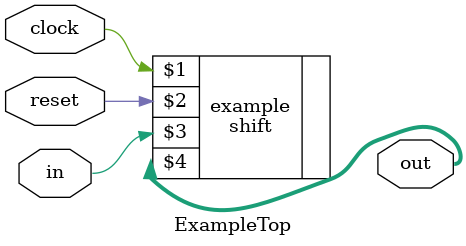
<source format=v>
module ExampleTop (
    input clock,
    input reset,
    input in,
    output [3:0] out
);

  shift example(clock, reset, in, out);

endmodule

</source>
